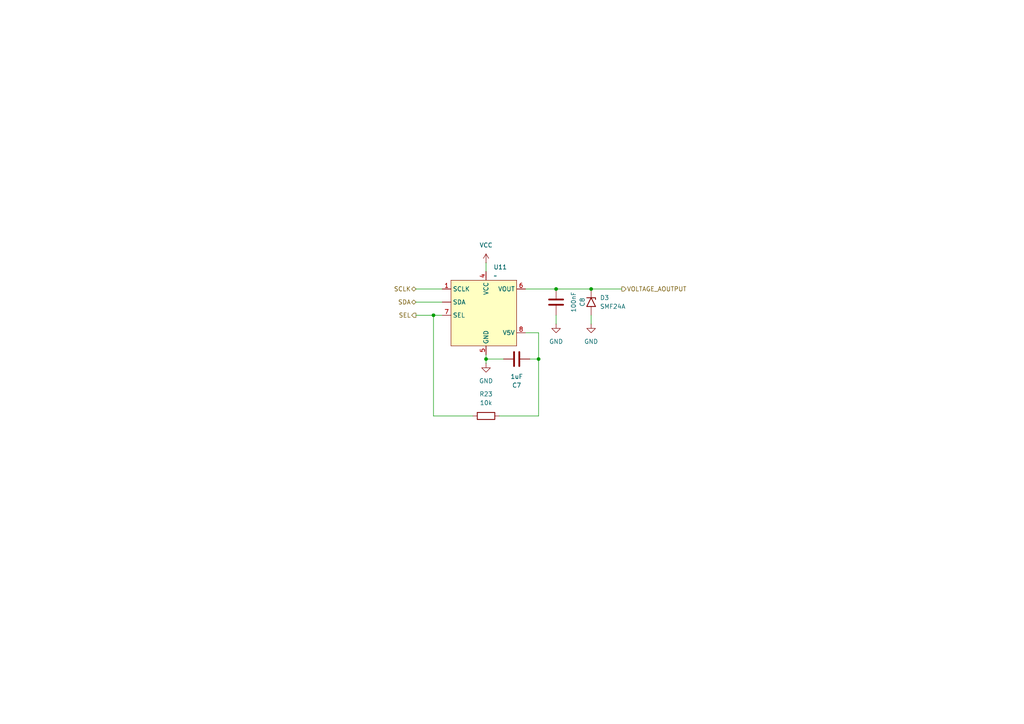
<source format=kicad_sch>
(kicad_sch (version 20250114) (generator "eeschema") (generator_version "9.0")
  (paper "A4")
  (lib_symbols
    (symbol "Device:C" (pin_numbers (hide yes)) (pin_names (offset 0.254))
      (property "Reference" "C" (at 0.635 2.54 0))
      (property "Value" "C" (at 0.635 -2.54 0))
      (symbol "C_0_1"
        (polyline (pts (xy -2.032 0.762) (xy 2.032 0.762)) (stroke (width 0.508)))
        (polyline (pts (xy -2.032 -0.762) (xy 2.032 -0.762)) (stroke (width 0.508)))
      )
      (symbol "C_1_1"
        (pin passive line (at 0 3.81 270) (length 2.794) (name "~") (number "1"))
        (pin passive line (at 0 -3.81 90) (length 2.794) (name "~") (number "2"))
      )
    )
    (symbol "Device:R" (pin_numbers (hide yes)) (pin_names (offset 0))
      (property "Reference" "R" (at 2.032 0 90))
      (property "Value" "R" (at 0 0 90))
      (symbol "R_0_1"
        (rectangle (start -1.016 -2.54) (end 1.016 2.54) (stroke (width 0.254)))
      )
      (symbol "R_1_1"
        (pin passive line (at 0 3.81 270) (length 1.27) (name "~") (number "1"))
        (pin passive line (at 0 -3.81 90) (length 1.27) (name "~") (number "2"))
      )
    )
    (symbol "Diode:SMF24A" (pin_numbers (hide yes)) (pin_names (offset 1.016) (hide yes))
      (property "Reference" "D" (at 0 2.54 0))
      (property "Value" "SMF24A" (at 0 -2.54 0))
      (symbol "SMF24A_0_1"
        (polyline (pts (xy -0.762 1.27) (xy -1.27 1.27) (xy -1.27 -1.27)) (stroke (width 0.254)))
        (polyline (pts (xy 1.27 1.27) (xy 1.27 -1.27) (xy -1.27 0) (xy 1.27 1.27)) (stroke (width 0.254)))
      )
      (symbol "SMF24A_1_1"
        (pin passive line (at -3.81 0 0) (length 2.54) (name "A1") (number "1"))
        (pin passive line (at 3.81 0 180) (length 2.54) (name "A2") (number "2"))
      )
    )
    (symbol "Riqi_Parts:GP8201S"
      (property "Reference" "U" (at 0 0 0))
      (symbol "GP8201S_1_1"
        (rectangle (start -3.81 -1.27) (end 15.24 -20.32) (fill (type background)))
        (pin passive line (at -6.35 -3.81 0) (length 2.54) (name "SCLK") (number "1"))
        (pin passive line (at -6.35 -7.62 0) (length 2.54) (name "SDA") (number ""))
        (pin passive line (at -6.35 -11.43 0) (length 2.54) (name "SEL") (number "7"))
        (pin passive line (at 6.35 1.27 270) (length 2.54) (name "VCC") (number "4"))
        (pin passive line (at 6.35 -22.86 90) (length 2.54) (name "GND") (number "5"))
        (pin passive line (at 17.78 -3.81 180) (length 2.54) (name "VOUT") (number "6"))
        (pin passive line (at 17.78 -16.51 180) (length 2.54) (name "V5V") (number "8"))
      )
    )
    (symbol "power:GND" (power) (pin_numbers (hide yes)) (pin_names (offset 0) (hide yes))
      (property "Value" "GND" (at 0 -3.81 0))
      (symbol "GND_0_1"
        (polyline (pts (xy 0 0) (xy 0 -1.27) (xy 1.27 -1.27) (xy 0 -2.54) (xy -1.27 -1.27) (xy 0 -1.27)))
      )
      (symbol "GND_1_1"
        (pin power_in line (at 0 0 270) (length 0) (name "~") (number "1"))
      )
    )
    (symbol "power:VCC" (power) (pin_numbers (hide yes)) (pin_names (offset 0) (hide yes))
      (property "Value" "VCC" (at 0 3.556 0))
      (symbol "VCC_0_1"
        (polyline (pts (xy -0.762 1.27) (xy 0 2.54)))
        (polyline (pts (xy 0 2.54) (xy 0.762 1.27)))
        (polyline (pts (xy 0 0) (xy 0 2.54)))
      )
      (symbol "VCC_1_1"
        (pin power_in line (at 0 0 90) (length 0) (name "~") (number "1"))
      )
    )
  )
  (junction (at 156.21 104.14))
  (junction (at 125.73 91.44))
  (junction (at 171.45 83.82))
  (junction (at 140.97 104.14))
  (junction (at 161.29 83.82))
  (wire (pts (xy 140.97 76.2) (xy 140.97 78.74)))
  (wire (pts (xy 140.97 104.14) (xy 146.05 104.14)))
  (wire (pts (xy 144.78 120.65) (xy 156.21 120.65)))
  (wire (pts (xy 156.21 96.52) (xy 152.4 96.52)))
  (wire (pts (xy 120.65 87.63) (xy 128.27 87.63)))
  (wire (pts (xy 161.29 91.44) (xy 161.29 93.98)))
  (wire (pts (xy 171.45 83.82) (xy 180.34 83.82)))
  (wire (pts (xy 171.45 91.44) (xy 171.45 93.98)))
  (wire (pts (xy 161.29 83.82) (xy 171.45 83.82)))
  (wire (pts (xy 140.97 102.87) (xy 140.97 104.14)))
  (wire (pts (xy 152.4 83.82) (xy 161.29 83.82)))
  (wire (pts (xy 156.21 104.14) (xy 156.21 96.52)))
  (wire (pts (xy 125.73 91.44) (xy 128.27 91.44)))
  (wire (pts (xy 125.73 91.44) (xy 125.73 120.65)))
  (wire (pts (xy 120.65 83.82) (xy 128.27 83.82)))
  (wire (pts (xy 137.16 120.65) (xy 125.73 120.65)))
  (wire (pts (xy 140.97 104.14) (xy 140.97 105.41)))
  (wire (pts (xy 153.67 104.14) (xy 156.21 104.14)))
  (wire (pts (xy 120.65 91.44) (xy 125.73 91.44)))
  (wire (pts (xy 156.21 120.65) (xy 156.21 104.14)))
  (hierarchical_label "SCLK" (shape bidirectional) (at 120.65 83.82 180))
  (hierarchical_label "SEL" (shape output) (at 120.65 91.44 180))
  (hierarchical_label "SDA" (shape bidirectional) (at 120.65 87.63 180))
  (hierarchical_label "VOLTAGE_AOUTPUT" (shape output) (at 180.34 83.82 0))
  (symbol (lib_id "power:GND") (at 140.97 105.41 0) (unit 1)
    (property "Reference" "#PWR049" (effects (hide yes)))
    (property "Value" "GND" (at 140.97 110.49 0))
    (property "Description" "Power symbol creates a global label with name \"GND\" , ground" (effects (hide yes)))
  )
  (symbol (lib_id "Riqi_Parts:GP8201S") (at 134.62 80.01 0) (unit 1)
    (property "Reference" "U11" (at 143.1133 77.47 0) (effects (justify left)))
    (property "Value" "~" (at 143.1133 80.01 0) (effects (justify left)))
    (property "Footprint" "Riqi_Parts:eSOP-8" (effects (hide yes)))
    (property "Datasheet" "https://lcsc.com/datasheet/lcsc_datasheet_2410121507_Guestgood-GP8201S-TC50-EW_C5240058.pdf" (effects (hide yes)))
  )
  (symbol (lib_id "power:VCC") (at 140.97 76.2 0) (unit 1)
    (property "Reference" "#PWR048" (effects (hide yes)))
    (property "Value" "VCC" (at 140.97 71.12 0))
    (property "Description" "Power symbol creates a global label with name \"VCC\"" (effects (hide yes)))
  )
  (symbol (lib_id "power:GND") (at 171.45 93.98 0) (unit 1)
    (property "Reference" "#PWR046" (effects (hide yes)))
    (property "Value" "GND" (at 171.45 99.06 0))
    (property "Description" "Power symbol creates a global label with name \"GND\" , ground" (effects (hide yes)))
  )
  (symbol (lib_id "Diode:SMF24A") (at 171.45 87.63 270) (unit 1)
    (property "Reference" "D3" (at 173.99 86.3599 90) (effects (justify left)))
    (property "Value" "SMF24A" (at 173.99 88.8999 90) (effects (justify left)))
    (property "Footprint" "Diode_SMD:D_SMF" (effects (hide yes)))
    (property "Datasheet" "https://www.vishay.com/doc?85881" (effects (hide yes)))
    (property "Description" "200W unidirectional Transil Transient Voltage Suppressor, 24Vrwm, SMF" (effects (hide yes)))
    (property "LCSC#" "C7495269" (effects (hide yes)))
  )
  (symbol (lib_id "Device:C") (at 149.86 104.14 90) (unit 1)
    (property "Reference" "C7" (at 149.86 111.76 90))
    (property "Value" "1uF" (at 149.86 109.22 90))
    (property "Description" "Unpolarized capacitor" (effects (hide yes)))
  )
  (symbol (lib_id "power:GND") (at 161.29 93.98 0) (unit 1)
    (property "Reference" "#PWR050" (effects (hide yes)))
    (property "Value" "GND" (at 161.29 99.06 0))
    (property "Description" "Power symbol creates a global label with name \"GND\" , ground" (effects (hide yes)))
  )
  (symbol (lib_id "Device:C") (at 161.29 87.63 180) (unit 1)
    (property "Reference" "C8" (at 168.91 87.63 90))
    (property "Value" "100nF" (at 166.37 87.63 90))
    (property "Description" "Unpolarized capacitor" (effects (hide yes)))
  )
  (symbol (lib_id "Device:R") (at 140.97 120.65 90) (unit 1)
    (property "Reference" "R23" (at 140.97 114.3 90))
    (property "Value" "10k" (at 140.97 116.84 90))
    (property "Description" "Resistor" (effects (hide yes)))
  )
)
</source>
